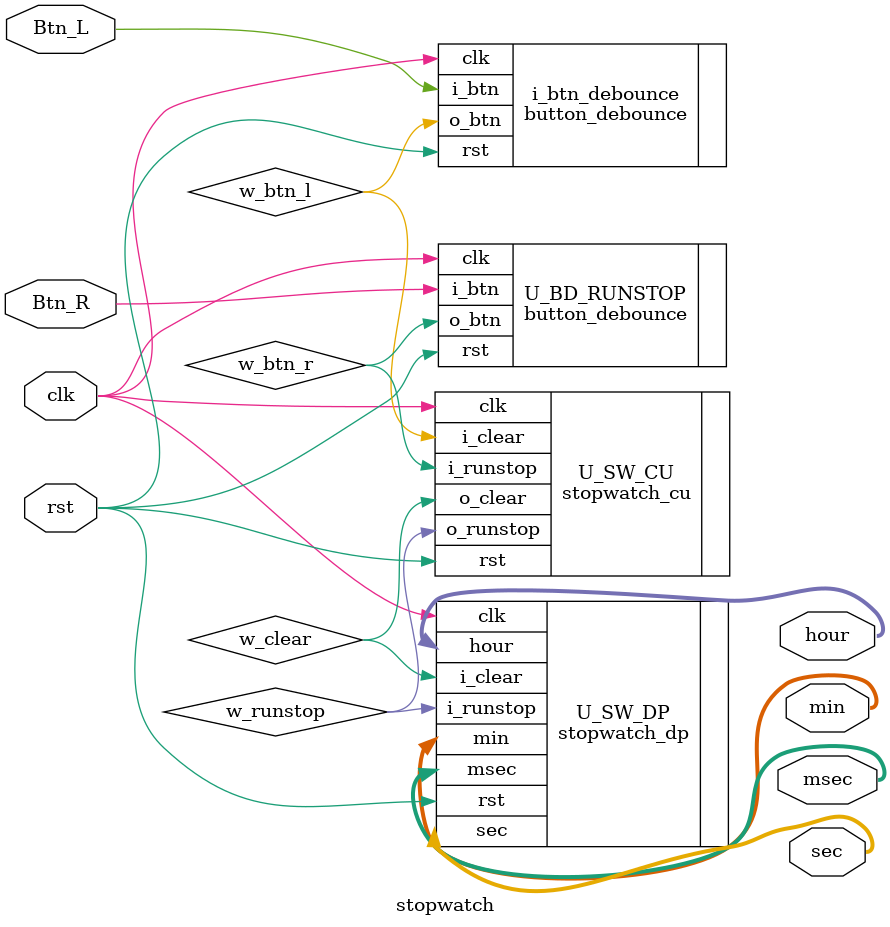
<source format=v>
`timescale 1ns / 1ps

module stopwatch (
    input        clk,
    input        rst,
    // input  mode,
    input        Btn_L,
    input        Btn_R,

    output [6:0] msec,
    output [5:0] sec,
    output [5:0] min,
    output [4:0] hour 
);

    wire [6:0] w_msec;
    wire [5:0] w_sec;
    wire [5:0] w_min;
    wire [4:0] w_hour;
    wire w_runstop;
    wire w_clear;
    wire w_btn_r;
    wire w_btn_l;   

    button_debounce U_BD_RUNSTOP(
        .clk(clk),
        .rst(rst),
        .i_btn(Btn_R),
        .o_btn(w_btn_r)
    );

    button_debounce i_btn_debounce(
        .clk(clk),
        .rst(rst),
        .i_btn(Btn_L),
        .o_btn(w_btn_l)
    );

    stopwatch_dp U_SW_DP(
        .clk(clk),
        .i_runstop(w_runstop),
        .i_clear(w_clear),
        .rst(rst),
        .msec(msec),
        .sec(sec),
        .min(min),
        .hour(hour)
    );

    stopwatch_cu U_SW_CU (
        .clk(clk),
        .rst(rst),
        .i_runstop(w_btn_r),
        .i_clear(w_btn_l),
        .o_runstop(w_runstop),
        .o_clear(w_clear)
    );

endmodule
////////////////////////////////////////////


</source>
